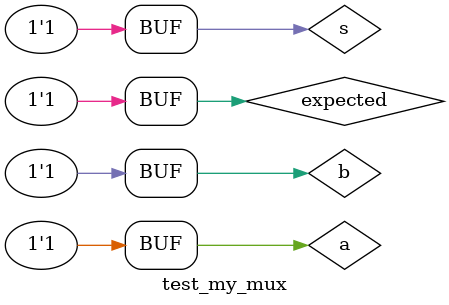
<source format=v>
`include "my_mux.v"

module test_my_mux();
   reg a;
   reg b;
   reg s;
   reg expected;
   
   wire c;

   my_mux u1(c, a, b, s);

   initial 
     begin
	a = 0;
	b = 0;
	s = 0;
	expected = 0;

	#1 
	a = 0;
	b = 0;
	s = 1;
	expected = 0;
	
	#1 
	a = 0;
	b = 1;
	s = 0;
	expected = 0;
	
	#1 
	a = 0;
	b = 1;
	s = 1;
	expected = 1;

	#1
	a = 1;
	b = 0;
	s = 0;
	expected = 1;
	
	#1
	a = 1;
	b = 0;
	s = 1;
	expected = 0;
	
	#1
	a = 1;
	b = 1;
	s = 0;
	expected = 1;

	#1
	a = 1;
	b = 1;
	s = 1;
	expected = 1;
     end

   initial
     $monitor("my_mux %d %b %b %b (%b %b)", $time, a, b, s, c, expected);
   
endmodule

</source>
